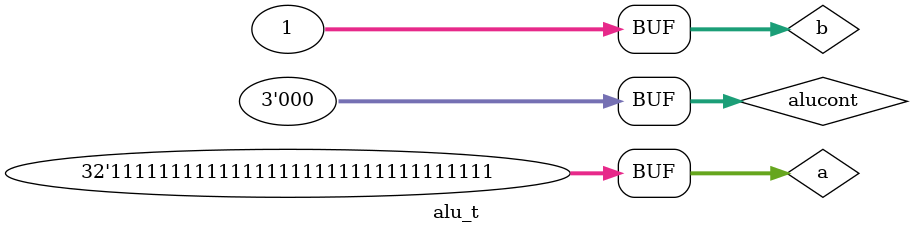
<source format=v>
module alu_t(

    );
    reg[31:0] a,b;
    reg[2:0]  alucont;
    wire[31:0] result;
    wire zero;
    initial
    begin
    a <= 32'h00000010;
    b <= 32'haaaaaaaa;
    alucont <= 3'b001;
    #100
    a <= 32'h55555555;
    alucont <= 3'b000;
    #100
    a <= 32'hffffffff;
    b <= 32'h00000001;
    alucont <= 3'b000;
    end
    alu myalu(.a(a),.b(b),.alucont(alucont),.result(result),.zero(zero));
endmodule

</source>
